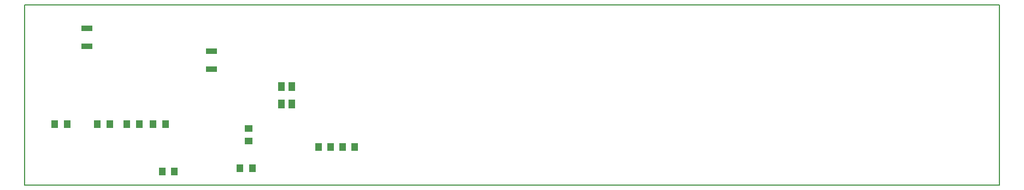
<source format=gbp>
G04 Layer_Color=128*
%FSLAX25Y25*%
%MOIN*%
G70*
G01*
G75*
%ADD10R,0.04724X0.03937*%
%ADD12R,0.03937X0.04724*%
%ADD18R,0.06693X0.03740*%
%ADD29C,0.00500*%
%ADD42R,0.03937X0.05512*%
D10*
X136500Y27038D02*
D03*
Y34518D02*
D03*
D12*
X83760Y8378D02*
D03*
X91240D02*
D03*
X179060Y23378D02*
D03*
X186540D02*
D03*
X201340D02*
D03*
X193860D02*
D03*
X131260Y10378D02*
D03*
X138740D02*
D03*
X78260Y37378D02*
D03*
X85740D02*
D03*
X51740D02*
D03*
X44260D02*
D03*
X18260D02*
D03*
X25740D02*
D03*
X69740D02*
D03*
X62260D02*
D03*
D18*
X38000Y84866D02*
D03*
Y95890D02*
D03*
X113800Y82090D02*
D03*
Y71066D02*
D03*
D29*
X0Y0D02*
Y110236D01*
X594488D01*
Y0D02*
Y110236D01*
X0Y0D02*
X594488D01*
D42*
X156699Y60433D02*
D03*
X162998D02*
D03*
X156699Y49803D02*
D03*
X162998D02*
D03*
M02*

</source>
